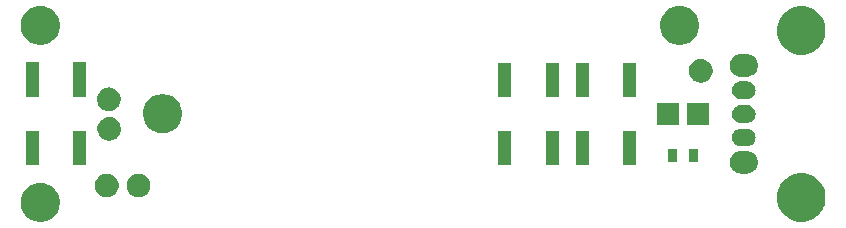
<source format=gbr>
G04 #@! TF.GenerationSoftware,KiCad,Pcbnew,5.1.0-unknown-9e240db~82~ubuntu18.04.1*
G04 #@! TF.CreationDate,2019-04-20T17:34:27+02:00*
G04 #@! TF.ProjectId,VoltMax PWM Board A,566f6c74-4d61-4782-9050-574d20426f61,rev?*
G04 #@! TF.SameCoordinates,Original*
G04 #@! TF.FileFunction,Soldermask,Top*
G04 #@! TF.FilePolarity,Negative*
%FSLAX46Y46*%
G04 Gerber Fmt 4.6, Leading zero omitted, Abs format (unit mm)*
G04 Created by KiCad (PCBNEW 5.1.0-unknown-9e240db~82~ubuntu18.04.1) date 2019-04-20 17:34:27*
%MOMM*%
%LPD*%
G04 APERTURE LIST*
%ADD10C,0.100000*%
G04 APERTURE END LIST*
D10*
G36*
X176480000Y-103288000D02*
G01*
X176331000Y-103300000D01*
X176186000Y-103335000D01*
X176048000Y-103392000D01*
X175920000Y-103470000D01*
X175807000Y-103567000D01*
X175710000Y-103680000D01*
X175632000Y-103808000D01*
X175575000Y-103946000D01*
X175540000Y-104091000D01*
X175528000Y-104240000D01*
X175540000Y-104389000D01*
X175575000Y-104534000D01*
X175632000Y-104672000D01*
X175710000Y-104800000D01*
X175807000Y-104913000D01*
X175920000Y-105010000D01*
X176048000Y-105088000D01*
X176186000Y-105145000D01*
X176331000Y-105180000D01*
X176480000Y-105192000D01*
X176980000Y-105192000D01*
X177129000Y-105180000D01*
X177274000Y-105145000D01*
X177412000Y-105088000D01*
X177540000Y-105010000D01*
X177653000Y-104913000D01*
X177750000Y-104800000D01*
X177828000Y-104672000D01*
X177885000Y-104534000D01*
X177920000Y-104389000D01*
X177932000Y-104240000D01*
X177920000Y-104091000D01*
X177885000Y-103946000D01*
X177828000Y-103808000D01*
X177750000Y-103680000D01*
X177653000Y-103567000D01*
X177540000Y-103470000D01*
X177412000Y-103392000D01*
X177274000Y-103335000D01*
X177129000Y-103300000D01*
X176980000Y-103288000D01*
X176480000Y-103288000D01*
G37*
G36*
X176480000Y-95088000D02*
G01*
X176331000Y-95100000D01*
X176186000Y-95135000D01*
X176048000Y-95192000D01*
X175920000Y-95270000D01*
X175807000Y-95367000D01*
X175710000Y-95480000D01*
X175632000Y-95608000D01*
X175575000Y-95746000D01*
X175540000Y-95891000D01*
X175528000Y-96040000D01*
X175540000Y-96189000D01*
X175575000Y-96334000D01*
X175632000Y-96472000D01*
X175710000Y-96600000D01*
X175807000Y-96713000D01*
X175920000Y-96810000D01*
X176048000Y-96888000D01*
X176186000Y-96945000D01*
X176331000Y-96980000D01*
X176480000Y-96992000D01*
X176980000Y-96992000D01*
X177129000Y-96980000D01*
X177274000Y-96945000D01*
X177412000Y-96888000D01*
X177540000Y-96810000D01*
X177653000Y-96713000D01*
X177750000Y-96600000D01*
X177828000Y-96472000D01*
X177885000Y-96334000D01*
X177920000Y-96189000D01*
X177932000Y-96040000D01*
X177920000Y-95891000D01*
X177885000Y-95746000D01*
X177828000Y-95608000D01*
X177750000Y-95480000D01*
X177653000Y-95367000D01*
X177540000Y-95270000D01*
X177412000Y-95192000D01*
X177274000Y-95135000D01*
X177129000Y-95100000D01*
X176980000Y-95088000D01*
X176480000Y-95088000D01*
G37*
G36*
X176480000Y-101388000D02*
G01*
X176362000Y-101397000D01*
X176248000Y-101425000D01*
X176139000Y-101470000D01*
X176038000Y-101532000D01*
X175948000Y-101608000D01*
X175872000Y-101698000D01*
X175810000Y-101799000D01*
X175765000Y-101908000D01*
X175737000Y-102022000D01*
X175728000Y-102140000D01*
X175737000Y-102258000D01*
X175765000Y-102372000D01*
X175810000Y-102481000D01*
X175872000Y-102582000D01*
X175948000Y-102672000D01*
X176038000Y-102748000D01*
X176139000Y-102810000D01*
X176248000Y-102855000D01*
X176362000Y-102883000D01*
X176480000Y-102892000D01*
X176980000Y-102892000D01*
X177098000Y-102883000D01*
X177212000Y-102855000D01*
X177321000Y-102810000D01*
X177422000Y-102748000D01*
X177512000Y-102672000D01*
X177588000Y-102582000D01*
X177650000Y-102481000D01*
X177695000Y-102372000D01*
X177723000Y-102258000D01*
X177732000Y-102140000D01*
X177723000Y-102022000D01*
X177695000Y-101908000D01*
X177650000Y-101799000D01*
X177588000Y-101698000D01*
X177512000Y-101608000D01*
X177422000Y-101532000D01*
X177321000Y-101470000D01*
X177212000Y-101425000D01*
X177098000Y-101397000D01*
X176980000Y-101388000D01*
X176480000Y-101388000D01*
G37*
G36*
X176480000Y-99388000D02*
G01*
X176362000Y-99397000D01*
X176248000Y-99425000D01*
X176139000Y-99470000D01*
X176038000Y-99532000D01*
X175948000Y-99608000D01*
X175872000Y-99698000D01*
X175810000Y-99799000D01*
X175765000Y-99908000D01*
X175737000Y-100022000D01*
X175728000Y-100140000D01*
X175737000Y-100258000D01*
X175765000Y-100372000D01*
X175810000Y-100481000D01*
X175872000Y-100582000D01*
X175948000Y-100672000D01*
X176038000Y-100748000D01*
X176139000Y-100810000D01*
X176248000Y-100855000D01*
X176362000Y-100883000D01*
X176480000Y-100892000D01*
X176980000Y-100892000D01*
X177098000Y-100883000D01*
X177212000Y-100855000D01*
X177321000Y-100810000D01*
X177422000Y-100748000D01*
X177512000Y-100672000D01*
X177588000Y-100582000D01*
X177650000Y-100481000D01*
X177695000Y-100372000D01*
X177723000Y-100258000D01*
X177732000Y-100140000D01*
X177723000Y-100022000D01*
X177695000Y-99908000D01*
X177650000Y-99799000D01*
X177588000Y-99698000D01*
X177512000Y-99608000D01*
X177422000Y-99532000D01*
X177321000Y-99470000D01*
X177212000Y-99425000D01*
X177098000Y-99397000D01*
X176980000Y-99388000D01*
X176480000Y-99388000D01*
G37*
G36*
X176480000Y-97388000D02*
G01*
X176362000Y-97397000D01*
X176248000Y-97425000D01*
X176139000Y-97470000D01*
X176038000Y-97532000D01*
X175948000Y-97608000D01*
X175872000Y-97698000D01*
X175810000Y-97799000D01*
X175765000Y-97908000D01*
X175737000Y-98022000D01*
X175728000Y-98140000D01*
X175737000Y-98258000D01*
X175765000Y-98372000D01*
X175810000Y-98481000D01*
X175872000Y-98582000D01*
X175948000Y-98672000D01*
X176038000Y-98748000D01*
X176139000Y-98810000D01*
X176248000Y-98855000D01*
X176362000Y-98883000D01*
X176480000Y-98892000D01*
X176980000Y-98892000D01*
X177098000Y-98883000D01*
X177212000Y-98855000D01*
X177321000Y-98810000D01*
X177422000Y-98748000D01*
X177512000Y-98672000D01*
X177588000Y-98582000D01*
X177650000Y-98481000D01*
X177695000Y-98372000D01*
X177723000Y-98258000D01*
X177732000Y-98140000D01*
X177723000Y-98022000D01*
X177695000Y-97908000D01*
X177650000Y-97799000D01*
X177588000Y-97698000D01*
X177512000Y-97608000D01*
X177422000Y-97532000D01*
X177321000Y-97470000D01*
X177212000Y-97425000D01*
X177098000Y-97397000D01*
X176980000Y-97388000D01*
X176480000Y-97388000D01*
G37*
G36*
X117544256Y-106035298D02*
G01*
X117650579Y-106056447D01*
X117951042Y-106180903D01*
X118221451Y-106361585D01*
X118451415Y-106591549D01*
X118632097Y-106861958D01*
X118725564Y-107087606D01*
X118756553Y-107162422D01*
X118820000Y-107481389D01*
X118820000Y-107806611D01*
X118777702Y-108019256D01*
X118756553Y-108125579D01*
X118632097Y-108426042D01*
X118451415Y-108696451D01*
X118221451Y-108926415D01*
X117951042Y-109107097D01*
X117650579Y-109231553D01*
X117544256Y-109252702D01*
X117331611Y-109295000D01*
X117006389Y-109295000D01*
X116793744Y-109252702D01*
X116687421Y-109231553D01*
X116386958Y-109107097D01*
X116116549Y-108926415D01*
X115886585Y-108696451D01*
X115705903Y-108426042D01*
X115581447Y-108125579D01*
X115560298Y-108019256D01*
X115518000Y-107806611D01*
X115518000Y-107481389D01*
X115581447Y-107162422D01*
X115612437Y-107087606D01*
X115705903Y-106861958D01*
X115886585Y-106591549D01*
X116116549Y-106361585D01*
X116386958Y-106180903D01*
X116687421Y-106056447D01*
X116793744Y-106035298D01*
X117006389Y-105993000D01*
X117331611Y-105993000D01*
X117544256Y-106035298D01*
X117544256Y-106035298D01*
G37*
G36*
X182198254Y-105247818D02*
G01*
X182571511Y-105402426D01*
X182571513Y-105402427D01*
X182907436Y-105626884D01*
X183193116Y-105912564D01*
X183372415Y-106180903D01*
X183417574Y-106248489D01*
X183572182Y-106621746D01*
X183651000Y-107017993D01*
X183651000Y-107422007D01*
X183572182Y-107818254D01*
X183444884Y-108125578D01*
X183417573Y-108191513D01*
X183193116Y-108527436D01*
X182907436Y-108813116D01*
X182571513Y-109037573D01*
X182571512Y-109037574D01*
X182571511Y-109037574D01*
X182198254Y-109192182D01*
X181802007Y-109271000D01*
X181397993Y-109271000D01*
X181001746Y-109192182D01*
X180628489Y-109037574D01*
X180628488Y-109037574D01*
X180628487Y-109037573D01*
X180292564Y-108813116D01*
X180006884Y-108527436D01*
X179782427Y-108191513D01*
X179755116Y-108125578D01*
X179627818Y-107818254D01*
X179549000Y-107422007D01*
X179549000Y-107017993D01*
X179627818Y-106621746D01*
X179782426Y-106248489D01*
X179827586Y-106180903D01*
X180006884Y-105912564D01*
X180292564Y-105626884D01*
X180628487Y-105402427D01*
X180628489Y-105402426D01*
X181001746Y-105247818D01*
X181397993Y-105169000D01*
X181802007Y-105169000D01*
X182198254Y-105247818D01*
X182198254Y-105247818D01*
G37*
G36*
X125695403Y-105217646D02*
G01*
X125792156Y-105236891D01*
X125818538Y-105247819D01*
X125974434Y-105312393D01*
X125974435Y-105312394D01*
X126138483Y-105422007D01*
X126277993Y-105561517D01*
X126277994Y-105561519D01*
X126387607Y-105725566D01*
X126463109Y-105907845D01*
X126501600Y-106101350D01*
X126501600Y-106298650D01*
X126463109Y-106492155D01*
X126387607Y-106674434D01*
X126387606Y-106674435D01*
X126277993Y-106838483D01*
X126138483Y-106977993D01*
X126078617Y-107017994D01*
X125974434Y-107087607D01*
X125867658Y-107131835D01*
X125792156Y-107163109D01*
X125695403Y-107182354D01*
X125598650Y-107201600D01*
X125401350Y-107201600D01*
X125304597Y-107182354D01*
X125207844Y-107163109D01*
X125132342Y-107131835D01*
X125025566Y-107087607D01*
X124921383Y-107017994D01*
X124861517Y-106977993D01*
X124722007Y-106838483D01*
X124612394Y-106674435D01*
X124612393Y-106674434D01*
X124536891Y-106492155D01*
X124498400Y-106298650D01*
X124498400Y-106101350D01*
X124536891Y-105907845D01*
X124612393Y-105725566D01*
X124722006Y-105561519D01*
X124722007Y-105561517D01*
X124861517Y-105422007D01*
X125025565Y-105312394D01*
X125025566Y-105312393D01*
X125181462Y-105247819D01*
X125207844Y-105236891D01*
X125304597Y-105217646D01*
X125401350Y-105198400D01*
X125598650Y-105198400D01*
X125695403Y-105217646D01*
X125695403Y-105217646D01*
G37*
G36*
X122995403Y-105217646D02*
G01*
X123092156Y-105236891D01*
X123118538Y-105247819D01*
X123274434Y-105312393D01*
X123274435Y-105312394D01*
X123438483Y-105422007D01*
X123577993Y-105561517D01*
X123577994Y-105561519D01*
X123687607Y-105725566D01*
X123763109Y-105907845D01*
X123801600Y-106101350D01*
X123801600Y-106298650D01*
X123763109Y-106492155D01*
X123687607Y-106674434D01*
X123687606Y-106674435D01*
X123577993Y-106838483D01*
X123438483Y-106977993D01*
X123378617Y-107017994D01*
X123274434Y-107087607D01*
X123167658Y-107131835D01*
X123092156Y-107163109D01*
X122995403Y-107182354D01*
X122898650Y-107201600D01*
X122701350Y-107201600D01*
X122604597Y-107182354D01*
X122507844Y-107163109D01*
X122432342Y-107131835D01*
X122325566Y-107087607D01*
X122221383Y-107017994D01*
X122161517Y-106977993D01*
X122022007Y-106838483D01*
X121912394Y-106674435D01*
X121912393Y-106674434D01*
X121836891Y-106492155D01*
X121798400Y-106298650D01*
X121798400Y-106101350D01*
X121836891Y-105907845D01*
X121912393Y-105725566D01*
X122022006Y-105561519D01*
X122022007Y-105561517D01*
X122161517Y-105422007D01*
X122325565Y-105312394D01*
X122325566Y-105312393D01*
X122481462Y-105247819D01*
X122507844Y-105236891D01*
X122604597Y-105217646D01*
X122701350Y-105198400D01*
X122898650Y-105198400D01*
X122995403Y-105217646D01*
X122995403Y-105217646D01*
G37*
G36*
X177007570Y-103324969D02*
G01*
X177180753Y-103396704D01*
X177336607Y-103500842D01*
X177469158Y-103633393D01*
X177573296Y-103789247D01*
X177645031Y-103962430D01*
X177681600Y-104146274D01*
X177681600Y-104333726D01*
X177645031Y-104517570D01*
X177573296Y-104690753D01*
X177469158Y-104846607D01*
X177336607Y-104979158D01*
X177180753Y-105083296D01*
X177007570Y-105155031D01*
X176823726Y-105191600D01*
X176636274Y-105191600D01*
X176452430Y-105155031D01*
X176279247Y-105083296D01*
X176123393Y-104979158D01*
X175990842Y-104846607D01*
X175886704Y-104690753D01*
X175814969Y-104517570D01*
X175778400Y-104333726D01*
X175778400Y-104146274D01*
X175814969Y-103962430D01*
X175886704Y-103789247D01*
X175990842Y-103633393D01*
X176123393Y-103500842D01*
X176279247Y-103396704D01*
X176452430Y-103324969D01*
X176636274Y-103288400D01*
X176823726Y-103288400D01*
X177007570Y-103324969D01*
X177007570Y-103324969D01*
G37*
G36*
X163621000Y-104501000D02*
G01*
X162519000Y-104501000D01*
X162519000Y-101599000D01*
X163621000Y-101599000D01*
X163621000Y-104501000D01*
X163621000Y-104501000D01*
G37*
G36*
X167621000Y-104501000D02*
G01*
X166519000Y-104501000D01*
X166519000Y-101599000D01*
X167621000Y-101599000D01*
X167621000Y-104501000D01*
X167621000Y-104501000D01*
G37*
G36*
X157061000Y-104501000D02*
G01*
X155959000Y-104501000D01*
X155959000Y-101599000D01*
X157061000Y-101599000D01*
X157061000Y-104501000D01*
X157061000Y-104501000D01*
G37*
G36*
X161061000Y-104501000D02*
G01*
X159959000Y-104501000D01*
X159959000Y-101599000D01*
X161061000Y-101599000D01*
X161061000Y-104501000D01*
X161061000Y-104501000D01*
G37*
G36*
X117074000Y-104495000D02*
G01*
X115972000Y-104495000D01*
X115972000Y-101593000D01*
X117074000Y-101593000D01*
X117074000Y-104495000D01*
X117074000Y-104495000D01*
G37*
G36*
X121074000Y-104495000D02*
G01*
X119972000Y-104495000D01*
X119972000Y-101593000D01*
X121074000Y-101593000D01*
X121074000Y-104495000D01*
X121074000Y-104495000D01*
G37*
G36*
X172861000Y-104251000D02*
G01*
X172089000Y-104251000D01*
X172089000Y-103149000D01*
X172861000Y-103149000D01*
X172861000Y-104251000D01*
X172861000Y-104251000D01*
G37*
G36*
X171111000Y-104251000D02*
G01*
X170339000Y-104251000D01*
X170339000Y-103149000D01*
X171111000Y-103149000D01*
X171111000Y-104251000D01*
X171111000Y-104251000D01*
G37*
G36*
X176949234Y-101417283D02*
G01*
X177086016Y-101473940D01*
X177209117Y-101556194D01*
X177313806Y-101660883D01*
X177396060Y-101783984D01*
X177452717Y-101920766D01*
X177481600Y-102065974D01*
X177481600Y-102214026D01*
X177452717Y-102359234D01*
X177396060Y-102496016D01*
X177313806Y-102619117D01*
X177209117Y-102723806D01*
X177086016Y-102806060D01*
X176949234Y-102862717D01*
X176804026Y-102891600D01*
X176655974Y-102891600D01*
X176510766Y-102862717D01*
X176373984Y-102806060D01*
X176250883Y-102723806D01*
X176146194Y-102619117D01*
X176063940Y-102496016D01*
X176007283Y-102359234D01*
X175978400Y-102214026D01*
X175978400Y-102065974D01*
X176007283Y-101920766D01*
X176063940Y-101783984D01*
X176146194Y-101660883D01*
X176250883Y-101556194D01*
X176373984Y-101473940D01*
X176510766Y-101417283D01*
X176655974Y-101388400D01*
X176804026Y-101388400D01*
X176949234Y-101417283D01*
X176949234Y-101417283D01*
G37*
G36*
X123195403Y-100417646D02*
G01*
X123292156Y-100436891D01*
X123367658Y-100468165D01*
X123474434Y-100512393D01*
X123474435Y-100512394D01*
X123638483Y-100622007D01*
X123777993Y-100761517D01*
X123807756Y-100806061D01*
X123887607Y-100925566D01*
X123931835Y-101032342D01*
X123963109Y-101107844D01*
X124001600Y-101301351D01*
X124001600Y-101498649D01*
X123969330Y-101660883D01*
X123963109Y-101692155D01*
X123887607Y-101874434D01*
X123856649Y-101920766D01*
X123777993Y-102038483D01*
X123638483Y-102177993D01*
X123555901Y-102233172D01*
X123474434Y-102287607D01*
X123367658Y-102331835D01*
X123292156Y-102363109D01*
X123195403Y-102382354D01*
X123098650Y-102401600D01*
X122901350Y-102401600D01*
X122804597Y-102382354D01*
X122707844Y-102363109D01*
X122632342Y-102331835D01*
X122525566Y-102287607D01*
X122444098Y-102233172D01*
X122361517Y-102177993D01*
X122222007Y-102038483D01*
X122143351Y-101920766D01*
X122112393Y-101874434D01*
X122036891Y-101692155D01*
X122030671Y-101660883D01*
X121998400Y-101498649D01*
X121998400Y-101301351D01*
X122036891Y-101107844D01*
X122068165Y-101032342D01*
X122112393Y-100925566D01*
X122192244Y-100806061D01*
X122222007Y-100761517D01*
X122361517Y-100622007D01*
X122525565Y-100512394D01*
X122525566Y-100512393D01*
X122632342Y-100468165D01*
X122707844Y-100436891D01*
X122804598Y-100417645D01*
X122901350Y-100398400D01*
X123098650Y-100398400D01*
X123195403Y-100417646D01*
X123195403Y-100417646D01*
G37*
G36*
X127890256Y-98506298D02*
G01*
X127996579Y-98527447D01*
X128297042Y-98651903D01*
X128567451Y-98832585D01*
X128797415Y-99062549D01*
X128978097Y-99332958D01*
X128978098Y-99332960D01*
X129001062Y-99388400D01*
X129102553Y-99633421D01*
X129108016Y-99660884D01*
X129159710Y-99920766D01*
X129166000Y-99952391D01*
X129166000Y-100277609D01*
X129102553Y-100596579D01*
X128978097Y-100897042D01*
X128797415Y-101167451D01*
X128567451Y-101397415D01*
X128297042Y-101578097D01*
X127996579Y-101702553D01*
X127890256Y-101723702D01*
X127677611Y-101766000D01*
X127352389Y-101766000D01*
X127139744Y-101723702D01*
X127033421Y-101702553D01*
X126732958Y-101578097D01*
X126462549Y-101397415D01*
X126232585Y-101167451D01*
X126051903Y-100897042D01*
X125927447Y-100596579D01*
X125864000Y-100277609D01*
X125864000Y-99952391D01*
X125870291Y-99920766D01*
X125921984Y-99660884D01*
X125927447Y-99633421D01*
X126028938Y-99388400D01*
X126051902Y-99332960D01*
X126051903Y-99332958D01*
X126232585Y-99062549D01*
X126462549Y-98832585D01*
X126732958Y-98651903D01*
X127033421Y-98527447D01*
X127139744Y-98506298D01*
X127352389Y-98464000D01*
X127677611Y-98464000D01*
X127890256Y-98506298D01*
X127890256Y-98506298D01*
G37*
G36*
X173831000Y-101095000D02*
G01*
X171929000Y-101095000D01*
X171929000Y-99193000D01*
X173831000Y-99193000D01*
X173831000Y-101095000D01*
X173831000Y-101095000D01*
G37*
G36*
X171291000Y-101095000D02*
G01*
X169389000Y-101095000D01*
X169389000Y-99193000D01*
X171291000Y-99193000D01*
X171291000Y-101095000D01*
X171291000Y-101095000D01*
G37*
G36*
X176949234Y-99417283D02*
G01*
X177086016Y-99473940D01*
X177209117Y-99556194D01*
X177313806Y-99660883D01*
X177396060Y-99783984D01*
X177452717Y-99920766D01*
X177481600Y-100065974D01*
X177481600Y-100214026D01*
X177452717Y-100359234D01*
X177396060Y-100496016D01*
X177313806Y-100619117D01*
X177209117Y-100723806D01*
X177086016Y-100806060D01*
X176949234Y-100862717D01*
X176804026Y-100891600D01*
X176655974Y-100891600D01*
X176510766Y-100862717D01*
X176373984Y-100806060D01*
X176250883Y-100723806D01*
X176146194Y-100619117D01*
X176063940Y-100496016D01*
X176007283Y-100359234D01*
X175978400Y-100214026D01*
X175978400Y-100065974D01*
X176007283Y-99920766D01*
X176063940Y-99783984D01*
X176146194Y-99660883D01*
X176250883Y-99556194D01*
X176373984Y-99473940D01*
X176510766Y-99417283D01*
X176655974Y-99388400D01*
X176804026Y-99388400D01*
X176949234Y-99417283D01*
X176949234Y-99417283D01*
G37*
G36*
X123140812Y-97920765D02*
G01*
X123272156Y-97946891D01*
X123347658Y-97978165D01*
X123454434Y-98022393D01*
X123454435Y-98022394D01*
X123618483Y-98132007D01*
X123757993Y-98271517D01*
X123757994Y-98271519D01*
X123867607Y-98435566D01*
X123892645Y-98496013D01*
X123943109Y-98617844D01*
X123949884Y-98651903D01*
X123981600Y-98811350D01*
X123981600Y-99008650D01*
X123943109Y-99202155D01*
X123867607Y-99384434D01*
X123813172Y-99465902D01*
X123757993Y-99548483D01*
X123618483Y-99687993D01*
X123535902Y-99743172D01*
X123454434Y-99797607D01*
X123347658Y-99841835D01*
X123272156Y-99873109D01*
X123175402Y-99892355D01*
X123078650Y-99911600D01*
X122881350Y-99911600D01*
X122784598Y-99892355D01*
X122687844Y-99873109D01*
X122612342Y-99841835D01*
X122505566Y-99797607D01*
X122424098Y-99743172D01*
X122341517Y-99687993D01*
X122202007Y-99548483D01*
X122146828Y-99465902D01*
X122092393Y-99384434D01*
X122016891Y-99202155D01*
X121978400Y-99008650D01*
X121978400Y-98811350D01*
X122010116Y-98651903D01*
X122016891Y-98617844D01*
X122067355Y-98496013D01*
X122092393Y-98435566D01*
X122202006Y-98271519D01*
X122202007Y-98271517D01*
X122341517Y-98132007D01*
X122505565Y-98022394D01*
X122505566Y-98022393D01*
X122612342Y-97978165D01*
X122687844Y-97946891D01*
X122819188Y-97920765D01*
X122881350Y-97908400D01*
X123078650Y-97908400D01*
X123140812Y-97920765D01*
X123140812Y-97920765D01*
G37*
G36*
X176949234Y-97417283D02*
G01*
X177086016Y-97473940D01*
X177209117Y-97556194D01*
X177313806Y-97660883D01*
X177396060Y-97783984D01*
X177452717Y-97920766D01*
X177481600Y-98065974D01*
X177481600Y-98214026D01*
X177452717Y-98359234D01*
X177396060Y-98496016D01*
X177313806Y-98619117D01*
X177209117Y-98723806D01*
X177086016Y-98806060D01*
X176949234Y-98862717D01*
X176804026Y-98891600D01*
X176655974Y-98891600D01*
X176510766Y-98862717D01*
X176373984Y-98806060D01*
X176250883Y-98723806D01*
X176146194Y-98619117D01*
X176063940Y-98496016D01*
X176007283Y-98359234D01*
X175978400Y-98214026D01*
X175978400Y-98065974D01*
X176007283Y-97920766D01*
X176063940Y-97783984D01*
X176146194Y-97660883D01*
X176250883Y-97556194D01*
X176373984Y-97473940D01*
X176510766Y-97417283D01*
X176655974Y-97388400D01*
X176804026Y-97388400D01*
X176949234Y-97417283D01*
X176949234Y-97417283D01*
G37*
G36*
X167621000Y-98701000D02*
G01*
X166519000Y-98701000D01*
X166519000Y-95799000D01*
X167621000Y-95799000D01*
X167621000Y-98701000D01*
X167621000Y-98701000D01*
G37*
G36*
X161061000Y-98701000D02*
G01*
X159959000Y-98701000D01*
X159959000Y-95799000D01*
X161061000Y-95799000D01*
X161061000Y-98701000D01*
X161061000Y-98701000D01*
G37*
G36*
X163621000Y-98701000D02*
G01*
X162519000Y-98701000D01*
X162519000Y-95799000D01*
X163621000Y-95799000D01*
X163621000Y-98701000D01*
X163621000Y-98701000D01*
G37*
G36*
X157061000Y-98701000D02*
G01*
X155959000Y-98701000D01*
X155959000Y-95799000D01*
X157061000Y-95799000D01*
X157061000Y-98701000D01*
X157061000Y-98701000D01*
G37*
G36*
X121074000Y-98695000D02*
G01*
X119972000Y-98695000D01*
X119972000Y-95793000D01*
X121074000Y-95793000D01*
X121074000Y-98695000D01*
X121074000Y-98695000D01*
G37*
G36*
X117074000Y-98695000D02*
G01*
X115972000Y-98695000D01*
X115972000Y-95793000D01*
X117074000Y-95793000D01*
X117074000Y-98695000D01*
X117074000Y-98695000D01*
G37*
G36*
X173295403Y-95517646D02*
G01*
X173392156Y-95536891D01*
X173467658Y-95568165D01*
X173574434Y-95612393D01*
X173574435Y-95612394D01*
X173738483Y-95722007D01*
X173877993Y-95861517D01*
X173877994Y-95861519D01*
X173987607Y-96025566D01*
X174063109Y-96207845D01*
X174101600Y-96401350D01*
X174101600Y-96598650D01*
X174063109Y-96792155D01*
X173987607Y-96974434D01*
X173987606Y-96974435D01*
X173877993Y-97138483D01*
X173738483Y-97277993D01*
X173655902Y-97333172D01*
X173574434Y-97387607D01*
X173467658Y-97431835D01*
X173392156Y-97463109D01*
X173337710Y-97473939D01*
X173198650Y-97501600D01*
X173001350Y-97501600D01*
X172862290Y-97473939D01*
X172807844Y-97463109D01*
X172732342Y-97431835D01*
X172625566Y-97387607D01*
X172544098Y-97333172D01*
X172461517Y-97277993D01*
X172322007Y-97138483D01*
X172212394Y-96974435D01*
X172212393Y-96974434D01*
X172136891Y-96792155D01*
X172098400Y-96598650D01*
X172098400Y-96401350D01*
X172136891Y-96207845D01*
X172212393Y-96025566D01*
X172322006Y-95861519D01*
X172322007Y-95861517D01*
X172461517Y-95722007D01*
X172625565Y-95612394D01*
X172625566Y-95612393D01*
X172732342Y-95568165D01*
X172807844Y-95536891D01*
X172904598Y-95517645D01*
X173001350Y-95498400D01*
X173198650Y-95498400D01*
X173295403Y-95517646D01*
X173295403Y-95517646D01*
G37*
G36*
X177007570Y-95124969D02*
G01*
X177180753Y-95196704D01*
X177336607Y-95300842D01*
X177469158Y-95433393D01*
X177573296Y-95589247D01*
X177645031Y-95762430D01*
X177681600Y-95946274D01*
X177681600Y-96133726D01*
X177645031Y-96317570D01*
X177573296Y-96490753D01*
X177469158Y-96646607D01*
X177336607Y-96779158D01*
X177180753Y-96883296D01*
X177007570Y-96955031D01*
X176823726Y-96991600D01*
X176636274Y-96991600D01*
X176452430Y-96955031D01*
X176279247Y-96883296D01*
X176123393Y-96779158D01*
X175990842Y-96646607D01*
X175886704Y-96490753D01*
X175814969Y-96317570D01*
X175778400Y-96133726D01*
X175778400Y-95946274D01*
X175814969Y-95762430D01*
X175886704Y-95589247D01*
X175990842Y-95433393D01*
X176123393Y-95300842D01*
X176279247Y-95196704D01*
X176452430Y-95124969D01*
X176636274Y-95088400D01*
X176823726Y-95088400D01*
X177007570Y-95124969D01*
X177007570Y-95124969D01*
G37*
G36*
X182198254Y-91117818D02*
G01*
X182571511Y-91272426D01*
X182571513Y-91272427D01*
X182907436Y-91496884D01*
X183193116Y-91782564D01*
X183245900Y-91861560D01*
X183417574Y-92118489D01*
X183572182Y-92491746D01*
X183651000Y-92887993D01*
X183651000Y-93292007D01*
X183572182Y-93688254D01*
X183568953Y-93696049D01*
X183417573Y-94061513D01*
X183193116Y-94397436D01*
X182907436Y-94683116D01*
X182571513Y-94907573D01*
X182571512Y-94907574D01*
X182571511Y-94907574D01*
X182198254Y-95062182D01*
X181802007Y-95141000D01*
X181397993Y-95141000D01*
X181001746Y-95062182D01*
X180628489Y-94907574D01*
X180628488Y-94907574D01*
X180628487Y-94907573D01*
X180292564Y-94683116D01*
X180006884Y-94397436D01*
X179782427Y-94061513D01*
X179631047Y-93696049D01*
X179627818Y-93688254D01*
X179549000Y-93292007D01*
X179549000Y-92887993D01*
X179627818Y-92491746D01*
X179782426Y-92118489D01*
X179954101Y-91861560D01*
X180006884Y-91782564D01*
X180292564Y-91496884D01*
X180628487Y-91272427D01*
X180628489Y-91272426D01*
X181001746Y-91117818D01*
X181397993Y-91039000D01*
X181802007Y-91039000D01*
X182198254Y-91117818D01*
X182198254Y-91117818D01*
G37*
G36*
X171684256Y-91034898D02*
G01*
X171790579Y-91056047D01*
X172091042Y-91180503D01*
X172361451Y-91361185D01*
X172591415Y-91591149D01*
X172772097Y-91861558D01*
X172896553Y-92162021D01*
X172960000Y-92480991D01*
X172960000Y-92806209D01*
X172896553Y-93125179D01*
X172772097Y-93425642D01*
X172591415Y-93696051D01*
X172361451Y-93926015D01*
X172091042Y-94106697D01*
X171790579Y-94231153D01*
X171684256Y-94252302D01*
X171471611Y-94294600D01*
X171146389Y-94294600D01*
X170933744Y-94252302D01*
X170827421Y-94231153D01*
X170526958Y-94106697D01*
X170256549Y-93926015D01*
X170026585Y-93696051D01*
X169845903Y-93425642D01*
X169721447Y-93125179D01*
X169658000Y-92806209D01*
X169658000Y-92480991D01*
X169721447Y-92162021D01*
X169845903Y-91861558D01*
X170026585Y-91591149D01*
X170256549Y-91361185D01*
X170526958Y-91180503D01*
X170827421Y-91056047D01*
X170933744Y-91034898D01*
X171146389Y-90992600D01*
X171471611Y-90992600D01*
X171684256Y-91034898D01*
X171684256Y-91034898D01*
G37*
G36*
X117544256Y-91034898D02*
G01*
X117650579Y-91056047D01*
X117951042Y-91180503D01*
X118221451Y-91361185D01*
X118451415Y-91591149D01*
X118632097Y-91861558D01*
X118756553Y-92162021D01*
X118820000Y-92480991D01*
X118820000Y-92806209D01*
X118756553Y-93125179D01*
X118632097Y-93425642D01*
X118451415Y-93696051D01*
X118221451Y-93926015D01*
X117951042Y-94106697D01*
X117650579Y-94231153D01*
X117544256Y-94252302D01*
X117331611Y-94294600D01*
X117006389Y-94294600D01*
X116793744Y-94252302D01*
X116687421Y-94231153D01*
X116386958Y-94106697D01*
X116116549Y-93926015D01*
X115886585Y-93696051D01*
X115705903Y-93425642D01*
X115581447Y-93125179D01*
X115518000Y-92806209D01*
X115518000Y-92480991D01*
X115581447Y-92162021D01*
X115705903Y-91861558D01*
X115886585Y-91591149D01*
X116116549Y-91361185D01*
X116386958Y-91180503D01*
X116687421Y-91056047D01*
X116793744Y-91034898D01*
X117006389Y-90992600D01*
X117331611Y-90992600D01*
X117544256Y-91034898D01*
X117544256Y-91034898D01*
G37*
M02*

</source>
